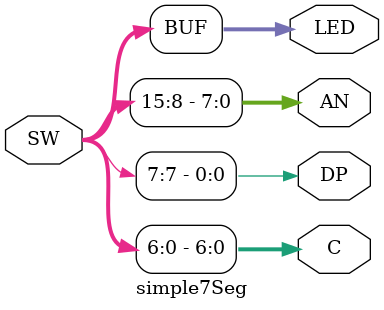
<source format=v>
module simple7Seg(
    input [15:0] SW,
    output [6:0] C,
    output DP,
    output [7:0] AN,
    output [15:0] LED
    );

   assign C = SW[6:0];
   assign DP = SW[7];
   assign AN = SW[15:8];
   assign LED = SW;
endmodule

</source>
